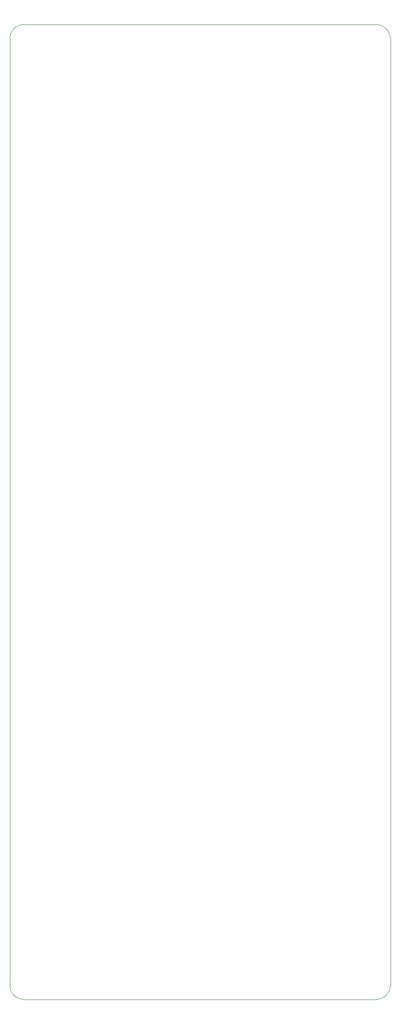
<source format=gbr>
G04 #@! TF.GenerationSoftware,KiCad,Pcbnew,(5.1.4)-1*
G04 #@! TF.CreationDate,2020-10-01T19:52:32+02:00*
G04 #@! TF.ProjectId,distrib,64697374-7269-4622-9e6b-696361645f70,rev?*
G04 #@! TF.SameCoordinates,Original*
G04 #@! TF.FileFunction,Profile,NP*
%FSLAX46Y46*%
G04 Gerber Fmt 4.6, Leading zero omitted, Abs format (unit mm)*
G04 Created by KiCad (PCBNEW (5.1.4)-1) date 2020-10-01 19:52:32*
%MOMM*%
%LPD*%
G04 APERTURE LIST*
%ADD10C,0.050000*%
G04 APERTURE END LIST*
D10*
X20320000Y-220980000D02*
G75*
G02X17780000Y-218440000I0J2540000D01*
G01*
X17780000Y-48260000D02*
G75*
G02X20320000Y-45720000I2540000J0D01*
G01*
X83820000Y-45720000D02*
G75*
G02X86360000Y-48260000I0J-2540000D01*
G01*
X86360000Y-218440000D02*
G75*
G02X83820000Y-220980000I-2540000J0D01*
G01*
X17780000Y-218440000D02*
X17780000Y-48260000D01*
X83820000Y-220980000D02*
X20320000Y-220980000D01*
X86360000Y-48260000D02*
X86360000Y-218440000D01*
X20320000Y-45720000D02*
X83820000Y-45720000D01*
M02*

</source>
